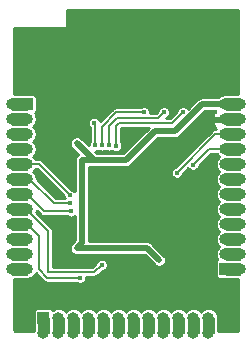
<source format=gbr>
%TF.GenerationSoftware,KiCad,Pcbnew,(5.1.10)-1*%
%TF.CreationDate,2024-04-20T07:26:56+09:00*%
%TF.ProjectId,BLEModule,424c454d-6f64-4756-9c65-2e6b69636164,rev?*%
%TF.SameCoordinates,Original*%
%TF.FileFunction,Copper,L2,Bot*%
%TF.FilePolarity,Positive*%
%FSLAX46Y46*%
G04 Gerber Fmt 4.6, Leading zero omitted, Abs format (unit mm)*
G04 Created by KiCad (PCBNEW (5.1.10)-1) date 2024-04-20 07:26:56*
%MOMM*%
%LPD*%
G01*
G04 APERTURE LIST*
%TA.AperFunction,EtchedComponent*%
%ADD10C,0.035000*%
%TD*%
%TA.AperFunction,ComponentPad*%
%ADD11O,1.000000X1.000000*%
%TD*%
%TA.AperFunction,ComponentPad*%
%ADD12R,1.000000X1.000000*%
%TD*%
%TA.AperFunction,ViaPad*%
%ADD13C,0.500000*%
%TD*%
%TA.AperFunction,ViaPad*%
%ADD14C,0.400000*%
%TD*%
%TA.AperFunction,ViaPad*%
%ADD15C,0.635000*%
%TD*%
%TA.AperFunction,Conductor*%
%ADD16C,0.500000*%
%TD*%
%TA.AperFunction,Conductor*%
%ADD17C,0.200000*%
%TD*%
%TA.AperFunction,Conductor*%
%ADD18C,0.254000*%
%TD*%
%TA.AperFunction,Conductor*%
%ADD19C,0.100000*%
%TD*%
G04 APERTURE END LIST*
D10*
%TO.C,J2*%
G36*
X139082600Y-91944600D02*
G01*
X139082600Y-90725400D01*
X138117400Y-90725400D01*
X138117400Y-91944600D01*
X139082600Y-91944600D01*
G37*
X139082600Y-91944600D02*
X139082600Y-90725400D01*
X138117400Y-90725400D01*
X138117400Y-91944600D01*
X139082600Y-91944600D01*
G36*
X141622600Y-91944600D02*
G01*
X141622600Y-90725400D01*
X140657400Y-90725400D01*
X140657400Y-91944600D01*
X141622600Y-91944600D01*
G37*
X141622600Y-91944600D02*
X141622600Y-90725400D01*
X140657400Y-90725400D01*
X140657400Y-91944600D01*
X141622600Y-91944600D01*
G36*
X145432600Y-91944600D02*
G01*
X145432600Y-90725400D01*
X144467400Y-90725400D01*
X144467400Y-91944600D01*
X145432600Y-91944600D01*
G37*
X145432600Y-91944600D02*
X145432600Y-90725400D01*
X144467400Y-90725400D01*
X144467400Y-91944600D01*
X145432600Y-91944600D01*
G36*
X142892600Y-91944600D02*
G01*
X142892600Y-90725400D01*
X141927400Y-90725400D01*
X141927400Y-91944600D01*
X142892600Y-91944600D01*
G37*
X142892600Y-91944600D02*
X142892600Y-90725400D01*
X141927400Y-90725400D01*
X141927400Y-91944600D01*
X142892600Y-91944600D01*
G36*
X146702600Y-91944600D02*
G01*
X146702600Y-90725400D01*
X145737400Y-90725400D01*
X145737400Y-91944600D01*
X146702600Y-91944600D01*
G37*
X146702600Y-91944600D02*
X146702600Y-90725400D01*
X145737400Y-90725400D01*
X145737400Y-91944600D01*
X146702600Y-91944600D01*
G36*
X149242600Y-91944600D02*
G01*
X149242600Y-90725400D01*
X148277400Y-90725400D01*
X148277400Y-91944600D01*
X149242600Y-91944600D01*
G37*
X149242600Y-91944600D02*
X149242600Y-90725400D01*
X148277400Y-90725400D01*
X148277400Y-91944600D01*
X149242600Y-91944600D01*
G36*
X140352600Y-91944600D02*
G01*
X140352600Y-90725400D01*
X139387400Y-90725400D01*
X139387400Y-91944600D01*
X140352600Y-91944600D01*
G37*
X140352600Y-91944600D02*
X140352600Y-90725400D01*
X139387400Y-90725400D01*
X139387400Y-91944600D01*
X140352600Y-91944600D01*
G36*
X144162600Y-91944600D02*
G01*
X144162600Y-90725400D01*
X143197400Y-90725400D01*
X143197400Y-91944600D01*
X144162600Y-91944600D01*
G37*
X144162600Y-91944600D02*
X144162600Y-90725400D01*
X143197400Y-90725400D01*
X143197400Y-91944600D01*
X144162600Y-91944600D01*
G36*
X147972600Y-91944600D02*
G01*
X147972600Y-90725400D01*
X147007400Y-90725400D01*
X147007400Y-91944600D01*
X147972600Y-91944600D01*
G37*
X147972600Y-91944600D02*
X147972600Y-90725400D01*
X147007400Y-90725400D01*
X147007400Y-91944600D01*
X147972600Y-91944600D01*
G36*
X153052600Y-91944600D02*
G01*
X153052600Y-90725400D01*
X152087400Y-90725400D01*
X152087400Y-91944600D01*
X153052600Y-91944600D01*
G37*
X153052600Y-91944600D02*
X153052600Y-90725400D01*
X152087400Y-90725400D01*
X152087400Y-91944600D01*
X153052600Y-91944600D01*
G36*
X150512600Y-91944600D02*
G01*
X150512600Y-90725400D01*
X149547400Y-90725400D01*
X149547400Y-91944600D01*
X150512600Y-91944600D01*
G37*
X150512600Y-91944600D02*
X150512600Y-90725400D01*
X149547400Y-90725400D01*
X149547400Y-91944600D01*
X150512600Y-91944600D01*
G36*
X151782600Y-91944600D02*
G01*
X151782600Y-90725400D01*
X150817400Y-90725400D01*
X150817400Y-91944600D01*
X151782600Y-91944600D01*
G37*
X151782600Y-91944600D02*
X151782600Y-90725400D01*
X150817400Y-90725400D01*
X150817400Y-91944600D01*
X151782600Y-91944600D01*
%TO.C,J1*%
G36*
X135955400Y-73082600D02*
G01*
X137174600Y-73082600D01*
X137174600Y-72117400D01*
X135955400Y-72117400D01*
X135955400Y-73082600D01*
G37*
X135955400Y-73082600D02*
X137174600Y-73082600D01*
X137174600Y-72117400D01*
X135955400Y-72117400D01*
X135955400Y-73082600D01*
G36*
X135955400Y-75622600D02*
G01*
X137174600Y-75622600D01*
X137174600Y-74657400D01*
X135955400Y-74657400D01*
X135955400Y-75622600D01*
G37*
X135955400Y-75622600D02*
X137174600Y-75622600D01*
X137174600Y-74657400D01*
X135955400Y-74657400D01*
X135955400Y-75622600D01*
G36*
X135955400Y-79432600D02*
G01*
X137174600Y-79432600D01*
X137174600Y-78467400D01*
X135955400Y-78467400D01*
X135955400Y-79432600D01*
G37*
X135955400Y-79432600D02*
X137174600Y-79432600D01*
X137174600Y-78467400D01*
X135955400Y-78467400D01*
X135955400Y-79432600D01*
G36*
X135955400Y-76892600D02*
G01*
X137174600Y-76892600D01*
X137174600Y-75927400D01*
X135955400Y-75927400D01*
X135955400Y-76892600D01*
G37*
X135955400Y-76892600D02*
X137174600Y-76892600D01*
X137174600Y-75927400D01*
X135955400Y-75927400D01*
X135955400Y-76892600D01*
G36*
X135955400Y-80702600D02*
G01*
X137174600Y-80702600D01*
X137174600Y-79737400D01*
X135955400Y-79737400D01*
X135955400Y-80702600D01*
G37*
X135955400Y-80702600D02*
X137174600Y-80702600D01*
X137174600Y-79737400D01*
X135955400Y-79737400D01*
X135955400Y-80702600D01*
G36*
X135955400Y-83242600D02*
G01*
X137174600Y-83242600D01*
X137174600Y-82277400D01*
X135955400Y-82277400D01*
X135955400Y-83242600D01*
G37*
X135955400Y-83242600D02*
X137174600Y-83242600D01*
X137174600Y-82277400D01*
X135955400Y-82277400D01*
X135955400Y-83242600D01*
G36*
X135955400Y-74352600D02*
G01*
X137174600Y-74352600D01*
X137174600Y-73387400D01*
X135955400Y-73387400D01*
X135955400Y-74352600D01*
G37*
X135955400Y-74352600D02*
X137174600Y-74352600D01*
X137174600Y-73387400D01*
X135955400Y-73387400D01*
X135955400Y-74352600D01*
G36*
X135955400Y-78162600D02*
G01*
X137174600Y-78162600D01*
X137174600Y-77197400D01*
X135955400Y-77197400D01*
X135955400Y-78162600D01*
G37*
X135955400Y-78162600D02*
X137174600Y-78162600D01*
X137174600Y-77197400D01*
X135955400Y-77197400D01*
X135955400Y-78162600D01*
G36*
X135955400Y-81972600D02*
G01*
X137174600Y-81972600D01*
X137174600Y-81007400D01*
X135955400Y-81007400D01*
X135955400Y-81972600D01*
G37*
X135955400Y-81972600D02*
X137174600Y-81972600D01*
X137174600Y-81007400D01*
X135955400Y-81007400D01*
X135955400Y-81972600D01*
G36*
X135955400Y-87052600D02*
G01*
X137174600Y-87052600D01*
X137174600Y-86087400D01*
X135955400Y-86087400D01*
X135955400Y-87052600D01*
G37*
X135955400Y-87052600D02*
X137174600Y-87052600D01*
X137174600Y-86087400D01*
X135955400Y-86087400D01*
X135955400Y-87052600D01*
G36*
X135955400Y-84512600D02*
G01*
X137174600Y-84512600D01*
X137174600Y-83547400D01*
X135955400Y-83547400D01*
X135955400Y-84512600D01*
G37*
X135955400Y-84512600D02*
X137174600Y-84512600D01*
X137174600Y-83547400D01*
X135955400Y-83547400D01*
X135955400Y-84512600D01*
G36*
X135955400Y-85782600D02*
G01*
X137174600Y-85782600D01*
X137174600Y-84817400D01*
X135955400Y-84817400D01*
X135955400Y-85782600D01*
G37*
X135955400Y-85782600D02*
X137174600Y-85782600D01*
X137174600Y-84817400D01*
X135955400Y-84817400D01*
X135955400Y-85782600D01*
%TO.C,J3*%
G36*
X155244600Y-86087400D02*
G01*
X154025400Y-86087400D01*
X154025400Y-87052600D01*
X155244600Y-87052600D01*
X155244600Y-86087400D01*
G37*
X155244600Y-86087400D02*
X154025400Y-86087400D01*
X154025400Y-87052600D01*
X155244600Y-87052600D01*
X155244600Y-86087400D01*
G36*
X155244600Y-83547400D02*
G01*
X154025400Y-83547400D01*
X154025400Y-84512600D01*
X155244600Y-84512600D01*
X155244600Y-83547400D01*
G37*
X155244600Y-83547400D02*
X154025400Y-83547400D01*
X154025400Y-84512600D01*
X155244600Y-84512600D01*
X155244600Y-83547400D01*
G36*
X155244600Y-79737400D02*
G01*
X154025400Y-79737400D01*
X154025400Y-80702600D01*
X155244600Y-80702600D01*
X155244600Y-79737400D01*
G37*
X155244600Y-79737400D02*
X154025400Y-79737400D01*
X154025400Y-80702600D01*
X155244600Y-80702600D01*
X155244600Y-79737400D01*
G36*
X155244600Y-82277400D02*
G01*
X154025400Y-82277400D01*
X154025400Y-83242600D01*
X155244600Y-83242600D01*
X155244600Y-82277400D01*
G37*
X155244600Y-82277400D02*
X154025400Y-82277400D01*
X154025400Y-83242600D01*
X155244600Y-83242600D01*
X155244600Y-82277400D01*
G36*
X155244600Y-78467400D02*
G01*
X154025400Y-78467400D01*
X154025400Y-79432600D01*
X155244600Y-79432600D01*
X155244600Y-78467400D01*
G37*
X155244600Y-78467400D02*
X154025400Y-78467400D01*
X154025400Y-79432600D01*
X155244600Y-79432600D01*
X155244600Y-78467400D01*
G36*
X155244600Y-75927400D02*
G01*
X154025400Y-75927400D01*
X154025400Y-76892600D01*
X155244600Y-76892600D01*
X155244600Y-75927400D01*
G37*
X155244600Y-75927400D02*
X154025400Y-75927400D01*
X154025400Y-76892600D01*
X155244600Y-76892600D01*
X155244600Y-75927400D01*
G36*
X155244600Y-84817400D02*
G01*
X154025400Y-84817400D01*
X154025400Y-85782600D01*
X155244600Y-85782600D01*
X155244600Y-84817400D01*
G37*
X155244600Y-84817400D02*
X154025400Y-84817400D01*
X154025400Y-85782600D01*
X155244600Y-85782600D01*
X155244600Y-84817400D01*
G36*
X155244600Y-81007400D02*
G01*
X154025400Y-81007400D01*
X154025400Y-81972600D01*
X155244600Y-81972600D01*
X155244600Y-81007400D01*
G37*
X155244600Y-81007400D02*
X154025400Y-81007400D01*
X154025400Y-81972600D01*
X155244600Y-81972600D01*
X155244600Y-81007400D01*
G36*
X155244600Y-77197400D02*
G01*
X154025400Y-77197400D01*
X154025400Y-78162600D01*
X155244600Y-78162600D01*
X155244600Y-77197400D01*
G37*
X155244600Y-77197400D02*
X154025400Y-77197400D01*
X154025400Y-78162600D01*
X155244600Y-78162600D01*
X155244600Y-77197400D01*
G36*
X155244600Y-72117400D02*
G01*
X154025400Y-72117400D01*
X154025400Y-73082600D01*
X155244600Y-73082600D01*
X155244600Y-72117400D01*
G37*
X155244600Y-72117400D02*
X154025400Y-72117400D01*
X154025400Y-73082600D01*
X155244600Y-73082600D01*
X155244600Y-72117400D01*
G36*
X155244600Y-74657400D02*
G01*
X154025400Y-74657400D01*
X154025400Y-75622600D01*
X155244600Y-75622600D01*
X155244600Y-74657400D01*
G37*
X155244600Y-74657400D02*
X154025400Y-74657400D01*
X154025400Y-75622600D01*
X155244600Y-75622600D01*
X155244600Y-74657400D01*
G36*
X155244600Y-73387400D02*
G01*
X154025400Y-73387400D01*
X154025400Y-74352600D01*
X155244600Y-74352600D01*
X155244600Y-73387400D01*
G37*
X155244600Y-73387400D02*
X154025400Y-73387400D01*
X154025400Y-74352600D01*
X155244600Y-74352600D01*
X155244600Y-73387400D01*
%TD*%
D11*
%TO.P,J2,3*%
%TO.N,P07*%
X141140000Y-90700000D03*
%TO.P,J2,11*%
%TO.N,P15*%
X151300000Y-90700000D03*
%TO.P,J2,5*%
%TO.N,P09*%
X143680000Y-90700000D03*
%TO.P,J2,7*%
%TO.N,P11*%
X146220000Y-90700000D03*
%TO.P,J2,12*%
%TO.N,P16*%
X152570000Y-90700000D03*
%TO.P,J2,10*%
%TO.N,P14*%
X150030000Y-90700000D03*
%TO.P,J2,6*%
%TO.N,P10*%
X144950000Y-90700000D03*
D12*
%TO.P,J2,1*%
%TO.N,P05*%
X138600000Y-90700000D03*
D11*
%TO.P,J2,8*%
%TO.N,P12*%
X147490000Y-90700000D03*
%TO.P,J2,9*%
%TO.N,P13*%
X148760000Y-90700000D03*
%TO.P,J2,4*%
%TO.N,P08*%
X142410000Y-90700000D03*
%TO.P,J2,2*%
%TO.N,P06*%
X139870000Y-90700000D03*
%TO.P,J2,*%
%TO.N,*%
X138600000Y-91970000D03*
X151300000Y-91970000D03*
X148760000Y-91970000D03*
X147490000Y-91970000D03*
X143680000Y-91970000D03*
X150030000Y-91970000D03*
X141140000Y-91970000D03*
X144950000Y-91970000D03*
X152570000Y-91970000D03*
X146220000Y-91970000D03*
X139870000Y-91970000D03*
X142410000Y-91970000D03*
%TD*%
%TO.P,J1,3*%
%TO.N,P27*%
X137200000Y-75140000D03*
%TO.P,J1,11*%
%TO.N,P03*%
X137200000Y-85300000D03*
%TO.P,J1,5*%
%TO.N,P29*%
X137200000Y-77680000D03*
%TO.P,J1,7*%
%TO.N,P31*%
X137200000Y-80220000D03*
%TO.P,J1,12*%
%TO.N,P04*%
X137200000Y-86570000D03*
%TO.P,J1,10*%
%TO.N,P02*%
X137200000Y-84030000D03*
%TO.P,J1,6*%
%TO.N,P30*%
X137200000Y-78950000D03*
D12*
%TO.P,J1,1*%
%TO.N,P25*%
X137200000Y-72600000D03*
D11*
%TO.P,J1,8*%
%TO.N,P00*%
X137200000Y-81490000D03*
%TO.P,J1,9*%
%TO.N,P01*%
X137200000Y-82760000D03*
%TO.P,J1,4*%
%TO.N,P28*%
X137200000Y-76410000D03*
%TO.P,J1,2*%
%TO.N,P26*%
X137200000Y-73870000D03*
%TO.P,J1,*%
%TO.N,*%
X135930000Y-72600000D03*
X135930000Y-85300000D03*
X135930000Y-82760000D03*
X135930000Y-81490000D03*
X135930000Y-77680000D03*
X135930000Y-84030000D03*
X135930000Y-75140000D03*
X135930000Y-78950000D03*
X135930000Y-86570000D03*
X135930000Y-80220000D03*
X135930000Y-73870000D03*
X135930000Y-76410000D03*
%TD*%
%TO.P,J3,3*%
%TO.N,P19*%
X154000000Y-84030000D03*
%TO.P,J3,11*%
%TO.N,GNDPWR*%
X154000000Y-73870000D03*
%TO.P,J3,5*%
%TO.N,P21*%
X154000000Y-81490000D03*
%TO.P,J3,7*%
%TO.N,P23*%
X154000000Y-78950000D03*
%TO.P,J3,12*%
%TO.N,+30V*%
X154000000Y-72600000D03*
%TO.P,J3,10*%
%TO.N,nRF_SWCLK*%
X154000000Y-75140000D03*
%TO.P,J3,6*%
%TO.N,P22*%
X154000000Y-80220000D03*
D12*
%TO.P,J3,1*%
%TO.N,P17*%
X154000000Y-86570000D03*
D11*
%TO.P,J3,8*%
%TO.N,P24*%
X154000000Y-77680000D03*
%TO.P,J3,9*%
%TO.N,nRF_SWDIO*%
X154000000Y-76410000D03*
%TO.P,J3,4*%
%TO.N,P20*%
X154000000Y-82760000D03*
%TO.P,J3,2*%
%TO.N,P18*%
X154000000Y-85300000D03*
%TO.P,J3,*%
%TO.N,*%
X155270000Y-86570000D03*
X155270000Y-73870000D03*
X155270000Y-76410000D03*
X155270000Y-77680000D03*
X155270000Y-81490000D03*
X155270000Y-75140000D03*
X155270000Y-84030000D03*
X155270000Y-80220000D03*
X155270000Y-72600000D03*
X155270000Y-78950000D03*
X155270000Y-85300000D03*
X155270000Y-82760000D03*
%TD*%
D13*
%TO.N,+30V*%
X141400000Y-75900000D03*
X141400000Y-84800000D03*
X148400000Y-85800000D03*
D14*
%TO.N,Net-(C5-Pad1)*%
X144746446Y-76153554D03*
X150400000Y-73300000D03*
%TO.N,Net-(C6-Pad1)*%
X144148839Y-76100000D03*
X148800000Y-73300000D03*
%TO.N,Net-(C8-Pad1)*%
X143548836Y-76100000D03*
X147100000Y-73300000D03*
%TO.N,Net-(C9-Pad1)*%
X142900000Y-74200000D03*
X142948833Y-76100000D03*
%TO.N,P29*%
X140869683Y-80342488D03*
%TO.N,P30*%
X140835310Y-81015222D03*
%TO.N,P31*%
X140920010Y-81689883D03*
%TO.N,P00*%
X143519801Y-86199919D03*
%TO.N,P01*%
X141704354Y-87299970D03*
%TO.N,nRF_SWDIO*%
X151284302Y-77722806D03*
%TO.N,nRF_SWCLK*%
X149900000Y-78400000D03*
%TO.N,GNDPWR*%
X153100000Y-73300000D03*
D15*
X146304000Y-65049400D03*
X137731500Y-68605400D03*
X137731500Y-70637400D03*
X136715500Y-68592700D03*
X137731500Y-67589400D03*
X137731500Y-66573400D03*
X137731500Y-69621400D03*
X136715500Y-67576700D03*
X136715500Y-69608700D03*
X136715500Y-70624700D03*
X136715500Y-66560700D03*
X144056100Y-70650100D03*
X143040100Y-70650100D03*
X146088100Y-70650100D03*
X145072100Y-70650100D03*
X148120100Y-70650100D03*
X147104100Y-70650100D03*
X150152100Y-70650100D03*
X149136100Y-70650100D03*
X152184100Y-70650100D03*
X151168100Y-70650100D03*
X154216100Y-70650100D03*
X153200100Y-70650100D03*
X149136100Y-69634100D03*
X150152100Y-69634100D03*
X145072100Y-69634100D03*
X148120100Y-69634100D03*
X154216100Y-69634100D03*
X153200100Y-69634100D03*
X147104100Y-69634100D03*
X146088100Y-69634100D03*
X143040100Y-69634100D03*
X151168100Y-69634100D03*
X144056100Y-69634100D03*
X152184100Y-69634100D03*
X149136100Y-68618100D03*
X150152100Y-68618100D03*
X145072100Y-68618100D03*
X148120100Y-68618100D03*
X154216100Y-68618100D03*
X153200100Y-68618100D03*
X147104100Y-68618100D03*
X146088100Y-68618100D03*
X143040100Y-68618100D03*
X151168100Y-68618100D03*
X144056100Y-68618100D03*
X152184100Y-68618100D03*
X149136100Y-67602100D03*
X150152100Y-67602100D03*
X145072100Y-67602100D03*
X148120100Y-67602100D03*
X154216100Y-67602100D03*
X153200100Y-67602100D03*
X147104100Y-67602100D03*
X146088100Y-67602100D03*
X143040100Y-67602100D03*
X151168100Y-67602100D03*
X144056100Y-67602100D03*
X152184100Y-67602100D03*
X149136100Y-66586100D03*
X150152100Y-66586100D03*
X145072100Y-66586100D03*
X148120100Y-66586100D03*
X154216100Y-66586100D03*
X153200100Y-66586100D03*
X147104100Y-66586100D03*
X146088100Y-66586100D03*
X143040100Y-66586100D03*
X151168100Y-66586100D03*
X144056100Y-66586100D03*
X152184100Y-66586100D03*
X142024100Y-68618100D03*
X142024100Y-67602100D03*
X142024100Y-69634100D03*
X142024100Y-70650100D03*
X142024100Y-66586100D03*
X141008100Y-70637400D03*
X141008100Y-67589400D03*
X141008100Y-68605400D03*
X141008100Y-69621400D03*
X141008100Y-66573400D03*
D14*
X139600000Y-85900000D03*
X153000000Y-88600000D03*
X139400000Y-73800000D03*
X138800000Y-77000000D03*
X138800000Y-79600000D03*
X138800000Y-82200000D03*
X137600000Y-88400000D03*
X148200000Y-76600000D03*
X149800000Y-76600000D03*
X151800000Y-78400000D03*
X141000000Y-82400000D03*
X145300000Y-76700000D03*
X145800000Y-75200000D03*
X148100000Y-88600000D03*
X152100000Y-88600000D03*
X152100000Y-87600000D03*
%TD*%
D16*
%TO.N,+30V*%
X141400000Y-75900000D02*
X142853555Y-77353555D01*
X142853555Y-77353555D02*
X141846445Y-77353555D01*
X141846445Y-84353555D02*
X141400000Y-84800000D01*
X141846445Y-77353555D02*
X141846445Y-84053555D01*
X141846445Y-84053555D02*
X141846445Y-84353555D01*
X147400000Y-84800000D02*
X148400000Y-85800000D01*
X141400000Y-84800000D02*
X147400000Y-84800000D01*
X152062002Y-72600000D02*
X154000000Y-72600000D01*
X149762002Y-74900000D02*
X152062002Y-72600000D01*
X148062002Y-74900000D02*
X149762002Y-74900000D01*
X145608447Y-77353555D02*
X148062002Y-74900000D01*
X142853555Y-77353555D02*
X145608447Y-77353555D01*
D17*
%TO.N,Net-(C5-Pad1)*%
X149480748Y-74219252D02*
X150400000Y-73300000D01*
X144746446Y-74453554D02*
X144980748Y-74219252D01*
X144980748Y-74219252D02*
X149480748Y-74219252D01*
X144746446Y-76153554D02*
X144746446Y-74453554D01*
%TO.N,Net-(C6-Pad1)*%
X144148839Y-75251161D02*
X144148839Y-76100000D01*
X144148839Y-74485462D02*
X144148839Y-75251161D01*
X144834300Y-73800001D02*
X144148839Y-74485462D01*
X148299999Y-73800001D02*
X144834300Y-73800001D01*
X148800000Y-73300000D02*
X148299999Y-73800001D01*
%TO.N,Net-(C8-Pad1)*%
X143548836Y-76100000D02*
X143600000Y-76100000D01*
X143548836Y-74519766D02*
X143548836Y-75148836D01*
X143548836Y-75148836D02*
X143548836Y-76100000D01*
X144768602Y-73300000D02*
X143548836Y-74519766D01*
X147100000Y-73300000D02*
X144768602Y-73300000D01*
%TO.N,Net-(C9-Pad1)*%
X142948833Y-76100000D02*
X142948833Y-74248833D01*
X142948833Y-74248833D02*
X142900000Y-74200000D01*
%TO.N,P29*%
X138207195Y-77680000D02*
X137200000Y-77680000D01*
X140869683Y-80342488D02*
X138207195Y-77680000D01*
%TO.N,P30*%
X137409998Y-78950000D02*
X137200000Y-78950000D01*
X139475220Y-81015222D02*
X137409998Y-78950000D01*
X140835310Y-81015222D02*
X139475220Y-81015222D01*
%TO.N,P31*%
X138669883Y-81689883D02*
X137200000Y-80220000D01*
X140920010Y-81689883D02*
X138669883Y-81689883D01*
%TO.N,P00*%
X143519801Y-86199919D02*
X142919751Y-86799969D01*
X141400000Y-86800000D02*
X138965698Y-86800000D01*
X141400031Y-86799969D02*
X141400000Y-86800000D01*
X142919751Y-86799969D02*
X141400031Y-86799969D01*
X137200000Y-81575998D02*
X137200000Y-81490000D01*
X138965698Y-83341696D02*
X137200000Y-81575998D01*
X138965698Y-86800000D02*
X138965698Y-83341696D01*
%TO.N,P01*%
X141704354Y-87299970D02*
X138899970Y-87299970D01*
X138899970Y-87299970D02*
X138200000Y-86600000D01*
X138200000Y-83760000D02*
X137200000Y-82760000D01*
X138200000Y-86600000D02*
X138200000Y-83760000D01*
%TO.N,nRF_SWDIO*%
X154000000Y-76410000D02*
X152597108Y-76410000D01*
X152597108Y-76410000D02*
X151284302Y-77722806D01*
%TO.N,nRF_SWCLK*%
X153160000Y-75140000D02*
X154000000Y-75140000D01*
X149900000Y-78400000D02*
X153160000Y-75140000D01*
%TD*%
D18*
%TO.N,GNDPWR*%
X153012877Y-73309794D02*
X152922554Y-73513136D01*
X152905881Y-73568126D01*
X153032046Y-73743000D01*
X153680900Y-73743000D01*
X153680900Y-73997000D01*
X153032046Y-73997000D01*
X152905881Y-74171874D01*
X152922554Y-74226864D01*
X153012877Y-74430206D01*
X153141135Y-74612020D01*
X153247362Y-74713000D01*
X153180966Y-74713000D01*
X153159999Y-74710935D01*
X153139032Y-74713000D01*
X153139022Y-74713000D01*
X153076293Y-74719178D01*
X152995804Y-74743595D01*
X152961273Y-74762052D01*
X152921623Y-74783245D01*
X152872898Y-74823232D01*
X152872889Y-74823241D01*
X152856605Y-74836605D01*
X152843241Y-74852889D01*
X149816934Y-77879198D01*
X149746280Y-77893252D01*
X149650372Y-77932979D01*
X149564057Y-77990652D01*
X149490652Y-78064057D01*
X149432979Y-78150372D01*
X149393252Y-78246280D01*
X149373000Y-78348095D01*
X149373000Y-78451905D01*
X149393252Y-78553720D01*
X149432979Y-78649628D01*
X149490652Y-78735943D01*
X149564057Y-78809348D01*
X149650372Y-78867021D01*
X149746280Y-78906748D01*
X149848095Y-78927000D01*
X149951905Y-78927000D01*
X150053720Y-78906748D01*
X150149628Y-78867021D01*
X150235943Y-78809348D01*
X150309348Y-78735943D01*
X150367021Y-78649628D01*
X150406748Y-78553720D01*
X150420802Y-78483066D01*
X150863004Y-78040864D01*
X150874954Y-78058749D01*
X150948359Y-78132154D01*
X151034674Y-78189827D01*
X151130582Y-78229554D01*
X151232397Y-78249806D01*
X151336207Y-78249806D01*
X151438022Y-78229554D01*
X151533930Y-78189827D01*
X151620245Y-78132154D01*
X151693650Y-78058749D01*
X151751323Y-77972434D01*
X151791050Y-77876526D01*
X151805104Y-77805873D01*
X152773977Y-76837000D01*
X153290689Y-76837000D01*
X153357628Y-76937181D01*
X153465447Y-77045000D01*
X153357628Y-77152819D01*
X153267123Y-77288269D01*
X153204782Y-77438773D01*
X153173000Y-77598548D01*
X153173000Y-77761452D01*
X153204782Y-77921227D01*
X153267123Y-78071731D01*
X153357628Y-78207181D01*
X153465447Y-78315000D01*
X153357628Y-78422819D01*
X153267123Y-78558269D01*
X153204782Y-78708773D01*
X153173000Y-78868548D01*
X153173000Y-79031452D01*
X153204782Y-79191227D01*
X153267123Y-79341731D01*
X153357628Y-79477181D01*
X153465447Y-79585000D01*
X153357628Y-79692819D01*
X153267123Y-79828269D01*
X153204782Y-79978773D01*
X153173000Y-80138548D01*
X153173000Y-80301452D01*
X153204782Y-80461227D01*
X153267123Y-80611731D01*
X153357628Y-80747181D01*
X153465447Y-80855000D01*
X153357628Y-80962819D01*
X153267123Y-81098269D01*
X153204782Y-81248773D01*
X153173000Y-81408548D01*
X153173000Y-81571452D01*
X153204782Y-81731227D01*
X153267123Y-81881731D01*
X153357628Y-82017181D01*
X153465447Y-82125000D01*
X153357628Y-82232819D01*
X153267123Y-82368269D01*
X153204782Y-82518773D01*
X153173000Y-82678548D01*
X153173000Y-82841452D01*
X153204782Y-83001227D01*
X153267123Y-83151731D01*
X153357628Y-83287181D01*
X153465447Y-83395000D01*
X153357628Y-83502819D01*
X153267123Y-83638269D01*
X153204782Y-83788773D01*
X153173000Y-83948548D01*
X153173000Y-84111452D01*
X153204782Y-84271227D01*
X153267123Y-84421731D01*
X153357628Y-84557181D01*
X153465447Y-84665000D01*
X153357628Y-84772819D01*
X153267123Y-84908269D01*
X153204782Y-85058773D01*
X153173000Y-85218548D01*
X153173000Y-85381452D01*
X153204782Y-85541227D01*
X153267123Y-85691731D01*
X153332094Y-85788967D01*
X153317450Y-85796794D01*
X153267657Y-85837657D01*
X153226794Y-85887450D01*
X153196430Y-85944257D01*
X153177732Y-86005897D01*
X153171418Y-86070000D01*
X153171418Y-87070000D01*
X153177732Y-87134103D01*
X153196430Y-87195743D01*
X153226794Y-87252550D01*
X153267657Y-87302343D01*
X153317450Y-87343206D01*
X153374257Y-87373570D01*
X153435897Y-87392268D01*
X153500000Y-87398582D01*
X154500000Y-87398582D01*
X154515046Y-87397100D01*
X155073000Y-87397100D01*
X155073000Y-91737059D01*
X155057347Y-91756252D01*
X155037102Y-91773000D01*
X153397100Y-91773000D01*
X153397100Y-90725400D01*
X153397000Y-90724380D01*
X153397000Y-90618548D01*
X153365218Y-90458773D01*
X153302877Y-90308269D01*
X153212372Y-90172819D01*
X153097181Y-90057628D01*
X152961731Y-89967123D01*
X152811227Y-89904782D01*
X152651452Y-89873000D01*
X152488548Y-89873000D01*
X152328773Y-89904782D01*
X152178269Y-89967123D01*
X152042819Y-90057628D01*
X151935000Y-90165447D01*
X151827181Y-90057628D01*
X151691731Y-89967123D01*
X151541227Y-89904782D01*
X151381452Y-89873000D01*
X151218548Y-89873000D01*
X151058773Y-89904782D01*
X150908269Y-89967123D01*
X150772819Y-90057628D01*
X150665000Y-90165447D01*
X150557181Y-90057628D01*
X150421731Y-89967123D01*
X150271227Y-89904782D01*
X150111452Y-89873000D01*
X149948548Y-89873000D01*
X149788773Y-89904782D01*
X149638269Y-89967123D01*
X149502819Y-90057628D01*
X149395000Y-90165447D01*
X149287181Y-90057628D01*
X149151731Y-89967123D01*
X149001227Y-89904782D01*
X148841452Y-89873000D01*
X148678548Y-89873000D01*
X148518773Y-89904782D01*
X148368269Y-89967123D01*
X148232819Y-90057628D01*
X148125000Y-90165447D01*
X148017181Y-90057628D01*
X147881731Y-89967123D01*
X147731227Y-89904782D01*
X147571452Y-89873000D01*
X147408548Y-89873000D01*
X147248773Y-89904782D01*
X147098269Y-89967123D01*
X146962819Y-90057628D01*
X146855000Y-90165447D01*
X146747181Y-90057628D01*
X146611731Y-89967123D01*
X146461227Y-89904782D01*
X146301452Y-89873000D01*
X146138548Y-89873000D01*
X145978773Y-89904782D01*
X145828269Y-89967123D01*
X145692819Y-90057628D01*
X145585000Y-90165447D01*
X145477181Y-90057628D01*
X145341731Y-89967123D01*
X145191227Y-89904782D01*
X145031452Y-89873000D01*
X144868548Y-89873000D01*
X144708773Y-89904782D01*
X144558269Y-89967123D01*
X144422819Y-90057628D01*
X144315000Y-90165447D01*
X144207181Y-90057628D01*
X144071731Y-89967123D01*
X143921227Y-89904782D01*
X143761452Y-89873000D01*
X143598548Y-89873000D01*
X143438773Y-89904782D01*
X143288269Y-89967123D01*
X143152819Y-90057628D01*
X143045000Y-90165447D01*
X142937181Y-90057628D01*
X142801731Y-89967123D01*
X142651227Y-89904782D01*
X142491452Y-89873000D01*
X142328548Y-89873000D01*
X142168773Y-89904782D01*
X142018269Y-89967123D01*
X141882819Y-90057628D01*
X141775000Y-90165447D01*
X141667181Y-90057628D01*
X141531731Y-89967123D01*
X141381227Y-89904782D01*
X141221452Y-89873000D01*
X141058548Y-89873000D01*
X140898773Y-89904782D01*
X140748269Y-89967123D01*
X140612819Y-90057628D01*
X140505000Y-90165447D01*
X140397181Y-90057628D01*
X140261731Y-89967123D01*
X140111227Y-89904782D01*
X139951452Y-89873000D01*
X139788548Y-89873000D01*
X139628773Y-89904782D01*
X139478269Y-89967123D01*
X139381033Y-90032094D01*
X139373206Y-90017450D01*
X139332343Y-89967657D01*
X139282550Y-89926794D01*
X139225743Y-89896430D01*
X139164103Y-89877732D01*
X139100000Y-89871418D01*
X138100000Y-89871418D01*
X138035897Y-89877732D01*
X137974257Y-89896430D01*
X137917450Y-89926794D01*
X137867657Y-89967657D01*
X137826794Y-90017450D01*
X137796430Y-90074257D01*
X137777732Y-90135897D01*
X137771418Y-90200000D01*
X137771418Y-91200000D01*
X137772900Y-91215046D01*
X137772900Y-91773000D01*
X136162941Y-91773000D01*
X136143748Y-91757347D01*
X136127000Y-91737102D01*
X136127000Y-87397100D01*
X137174600Y-87397100D01*
X137175620Y-87397000D01*
X137281452Y-87397000D01*
X137441227Y-87365218D01*
X137591731Y-87302877D01*
X137727181Y-87212372D01*
X137842372Y-87097181D01*
X137932877Y-86961731D01*
X137940195Y-86944063D01*
X138583206Y-87587075D01*
X138596575Y-87603365D01*
X138612865Y-87616734D01*
X138612869Y-87616738D01*
X138661593Y-87656725D01*
X138701243Y-87677918D01*
X138735774Y-87696375D01*
X138816263Y-87720792D01*
X138878992Y-87726970D01*
X138879002Y-87726970D01*
X138899969Y-87729035D01*
X138920936Y-87726970D01*
X141394829Y-87726970D01*
X141454726Y-87766991D01*
X141550634Y-87806718D01*
X141652449Y-87826970D01*
X141756259Y-87826970D01*
X141858074Y-87806718D01*
X141953982Y-87766991D01*
X142040297Y-87709318D01*
X142113702Y-87635913D01*
X142171375Y-87549598D01*
X142211102Y-87453690D01*
X142231354Y-87351875D01*
X142231354Y-87248065D01*
X142227158Y-87226969D01*
X142898784Y-87226969D01*
X142919751Y-87229034D01*
X142940718Y-87226969D01*
X142940729Y-87226969D01*
X143003458Y-87220791D01*
X143083947Y-87196374D01*
X143158127Y-87156724D01*
X143223146Y-87103364D01*
X143236519Y-87087069D01*
X143602868Y-86720721D01*
X143673521Y-86706667D01*
X143769429Y-86666940D01*
X143855744Y-86609267D01*
X143929149Y-86535862D01*
X143986822Y-86449547D01*
X144026549Y-86353639D01*
X144046801Y-86251824D01*
X144046801Y-86148014D01*
X144026549Y-86046199D01*
X143986822Y-85950291D01*
X143929149Y-85863976D01*
X143855744Y-85790571D01*
X143769429Y-85732898D01*
X143673521Y-85693171D01*
X143571706Y-85672919D01*
X143467896Y-85672919D01*
X143366081Y-85693171D01*
X143270173Y-85732898D01*
X143183858Y-85790571D01*
X143110453Y-85863976D01*
X143052780Y-85950291D01*
X143013053Y-86046199D01*
X142998999Y-86116852D01*
X142742883Y-86372969D01*
X141420998Y-86372969D01*
X141400031Y-86370904D01*
X141379064Y-86372969D01*
X141379053Y-86372969D01*
X141378738Y-86373000D01*
X139392698Y-86373000D01*
X139392698Y-83362662D01*
X139394763Y-83341695D01*
X139392698Y-83320728D01*
X139392698Y-83320718D01*
X139386520Y-83257989D01*
X139362103Y-83177500D01*
X139325543Y-83109101D01*
X139322453Y-83103319D01*
X139282466Y-83054595D01*
X139282462Y-83054591D01*
X139269093Y-83038301D01*
X139252803Y-83024932D01*
X137984638Y-81756768D01*
X137995218Y-81731227D01*
X138013824Y-81637692D01*
X138353119Y-81976988D01*
X138366488Y-81993278D01*
X138382778Y-82006647D01*
X138382781Y-82006650D01*
X138431506Y-82046638D01*
X138471156Y-82067831D01*
X138505687Y-82086288D01*
X138586176Y-82110705D01*
X138648905Y-82116883D01*
X138648925Y-82116883D01*
X138669882Y-82118947D01*
X138690839Y-82116883D01*
X140610485Y-82116883D01*
X140670382Y-82156904D01*
X140766290Y-82196631D01*
X140868105Y-82216883D01*
X140971915Y-82216883D01*
X141073730Y-82196631D01*
X141169638Y-82156904D01*
X141255953Y-82099231D01*
X141269446Y-82085738D01*
X141269446Y-84025210D01*
X141269445Y-84025220D01*
X141269445Y-84114554D01*
X141012038Y-84371961D01*
X140990026Y-84390026D01*
X140971963Y-84412036D01*
X140951815Y-84432184D01*
X140935988Y-84455871D01*
X140917921Y-84477885D01*
X140904497Y-84503000D01*
X140888669Y-84526688D01*
X140877765Y-84553013D01*
X140864343Y-84578124D01*
X140856078Y-84605370D01*
X140845174Y-84631695D01*
X140839615Y-84659639D01*
X140831349Y-84686889D01*
X140829542Y-84705242D01*
X140828559Y-84715222D01*
X140823000Y-84743170D01*
X140823000Y-84771664D01*
X140820209Y-84800000D01*
X140823000Y-84828336D01*
X140823000Y-84856830D01*
X140828558Y-84884773D01*
X140831349Y-84913111D01*
X140839615Y-84940361D01*
X140845174Y-84968305D01*
X140856078Y-84994630D01*
X140864343Y-85021876D01*
X140877765Y-85046987D01*
X140888669Y-85073312D01*
X140904497Y-85097000D01*
X140917921Y-85122115D01*
X140935988Y-85144129D01*
X140951815Y-85167816D01*
X140971961Y-85187962D01*
X140990026Y-85209974D01*
X141012036Y-85228037D01*
X141032184Y-85248185D01*
X141055871Y-85264012D01*
X141077885Y-85282079D01*
X141103000Y-85295503D01*
X141126688Y-85311331D01*
X141153013Y-85322235D01*
X141178124Y-85335657D01*
X141205370Y-85343922D01*
X141231695Y-85354826D01*
X141259639Y-85360385D01*
X141286889Y-85368651D01*
X141315227Y-85371442D01*
X141343170Y-85377000D01*
X141371669Y-85377000D01*
X141400000Y-85379790D01*
X141428331Y-85377000D01*
X147160999Y-85377000D01*
X148032184Y-86248185D01*
X148055879Y-86264018D01*
X148077886Y-86282078D01*
X148102992Y-86295498D01*
X148126688Y-86311331D01*
X148153013Y-86322235D01*
X148178123Y-86335657D01*
X148205375Y-86343924D01*
X148231695Y-86354826D01*
X148259634Y-86360383D01*
X148286888Y-86368651D01*
X148315230Y-86371442D01*
X148343170Y-86377000D01*
X148371661Y-86377000D01*
X148400000Y-86379791D01*
X148428339Y-86377000D01*
X148456830Y-86377000D01*
X148484771Y-86371442D01*
X148513111Y-86368651D01*
X148540363Y-86360384D01*
X148568305Y-86354826D01*
X148594628Y-86343923D01*
X148621876Y-86335657D01*
X148646984Y-86322236D01*
X148673312Y-86311331D01*
X148697009Y-86295497D01*
X148722114Y-86282078D01*
X148744121Y-86264018D01*
X148767816Y-86248185D01*
X148787964Y-86228037D01*
X148809974Y-86209974D01*
X148828037Y-86187964D01*
X148848185Y-86167816D01*
X148864018Y-86144121D01*
X148882078Y-86122114D01*
X148895497Y-86097009D01*
X148911331Y-86073312D01*
X148922236Y-86046984D01*
X148935657Y-86021876D01*
X148943923Y-85994628D01*
X148954826Y-85968305D01*
X148960384Y-85940363D01*
X148968651Y-85913111D01*
X148971442Y-85884771D01*
X148977000Y-85856830D01*
X148977000Y-85828339D01*
X148979791Y-85800000D01*
X148977000Y-85771661D01*
X148977000Y-85743170D01*
X148971442Y-85715230D01*
X148968651Y-85686888D01*
X148960383Y-85659634D01*
X148954826Y-85631695D01*
X148943924Y-85605375D01*
X148935657Y-85578123D01*
X148922235Y-85553013D01*
X148911331Y-85526688D01*
X148895498Y-85502992D01*
X148882078Y-85477886D01*
X148864018Y-85455879D01*
X148848185Y-85432184D01*
X147828037Y-84412036D01*
X147809974Y-84390026D01*
X147722115Y-84317921D01*
X147621876Y-84264343D01*
X147557770Y-84244897D01*
X147513111Y-84231349D01*
X147455332Y-84225659D01*
X147428336Y-84223000D01*
X147428331Y-84223000D01*
X147400000Y-84220210D01*
X147371669Y-84223000D01*
X142423445Y-84223000D01*
X142423445Y-77930555D01*
X142825225Y-77930555D01*
X142853554Y-77933345D01*
X142881883Y-77930555D01*
X145580116Y-77930555D01*
X145608447Y-77933345D01*
X145636778Y-77930555D01*
X145636783Y-77930555D01*
X145666492Y-77927629D01*
X145721558Y-77922206D01*
X145766217Y-77908658D01*
X145830323Y-77889212D01*
X145930562Y-77835634D01*
X146018421Y-77763529D01*
X146036486Y-77741517D01*
X148301003Y-75477000D01*
X149733671Y-75477000D01*
X149762002Y-75479790D01*
X149790333Y-75477000D01*
X149790338Y-75477000D01*
X149820047Y-75474074D01*
X149875113Y-75468651D01*
X149919772Y-75455103D01*
X149983878Y-75435657D01*
X150084117Y-75382079D01*
X150171976Y-75309974D01*
X150190041Y-75287962D01*
X152301004Y-73177000D01*
X153106555Y-73177000D01*
X153012877Y-73309794D01*
%TA.AperFunction,Conductor*%
D19*
G36*
X153012877Y-73309794D02*
G01*
X152922554Y-73513136D01*
X152905881Y-73568126D01*
X153032046Y-73743000D01*
X153680900Y-73743000D01*
X153680900Y-73997000D01*
X153032046Y-73997000D01*
X152905881Y-74171874D01*
X152922554Y-74226864D01*
X153012877Y-74430206D01*
X153141135Y-74612020D01*
X153247362Y-74713000D01*
X153180966Y-74713000D01*
X153159999Y-74710935D01*
X153139032Y-74713000D01*
X153139022Y-74713000D01*
X153076293Y-74719178D01*
X152995804Y-74743595D01*
X152961273Y-74762052D01*
X152921623Y-74783245D01*
X152872898Y-74823232D01*
X152872889Y-74823241D01*
X152856605Y-74836605D01*
X152843241Y-74852889D01*
X149816934Y-77879198D01*
X149746280Y-77893252D01*
X149650372Y-77932979D01*
X149564057Y-77990652D01*
X149490652Y-78064057D01*
X149432979Y-78150372D01*
X149393252Y-78246280D01*
X149373000Y-78348095D01*
X149373000Y-78451905D01*
X149393252Y-78553720D01*
X149432979Y-78649628D01*
X149490652Y-78735943D01*
X149564057Y-78809348D01*
X149650372Y-78867021D01*
X149746280Y-78906748D01*
X149848095Y-78927000D01*
X149951905Y-78927000D01*
X150053720Y-78906748D01*
X150149628Y-78867021D01*
X150235943Y-78809348D01*
X150309348Y-78735943D01*
X150367021Y-78649628D01*
X150406748Y-78553720D01*
X150420802Y-78483066D01*
X150863004Y-78040864D01*
X150874954Y-78058749D01*
X150948359Y-78132154D01*
X151034674Y-78189827D01*
X151130582Y-78229554D01*
X151232397Y-78249806D01*
X151336207Y-78249806D01*
X151438022Y-78229554D01*
X151533930Y-78189827D01*
X151620245Y-78132154D01*
X151693650Y-78058749D01*
X151751323Y-77972434D01*
X151791050Y-77876526D01*
X151805104Y-77805873D01*
X152773977Y-76837000D01*
X153290689Y-76837000D01*
X153357628Y-76937181D01*
X153465447Y-77045000D01*
X153357628Y-77152819D01*
X153267123Y-77288269D01*
X153204782Y-77438773D01*
X153173000Y-77598548D01*
X153173000Y-77761452D01*
X153204782Y-77921227D01*
X153267123Y-78071731D01*
X153357628Y-78207181D01*
X153465447Y-78315000D01*
X153357628Y-78422819D01*
X153267123Y-78558269D01*
X153204782Y-78708773D01*
X153173000Y-78868548D01*
X153173000Y-79031452D01*
X153204782Y-79191227D01*
X153267123Y-79341731D01*
X153357628Y-79477181D01*
X153465447Y-79585000D01*
X153357628Y-79692819D01*
X153267123Y-79828269D01*
X153204782Y-79978773D01*
X153173000Y-80138548D01*
X153173000Y-80301452D01*
X153204782Y-80461227D01*
X153267123Y-80611731D01*
X153357628Y-80747181D01*
X153465447Y-80855000D01*
X153357628Y-80962819D01*
X153267123Y-81098269D01*
X153204782Y-81248773D01*
X153173000Y-81408548D01*
X153173000Y-81571452D01*
X153204782Y-81731227D01*
X153267123Y-81881731D01*
X153357628Y-82017181D01*
X153465447Y-82125000D01*
X153357628Y-82232819D01*
X153267123Y-82368269D01*
X153204782Y-82518773D01*
X153173000Y-82678548D01*
X153173000Y-82841452D01*
X153204782Y-83001227D01*
X153267123Y-83151731D01*
X153357628Y-83287181D01*
X153465447Y-83395000D01*
X153357628Y-83502819D01*
X153267123Y-83638269D01*
X153204782Y-83788773D01*
X153173000Y-83948548D01*
X153173000Y-84111452D01*
X153204782Y-84271227D01*
X153267123Y-84421731D01*
X153357628Y-84557181D01*
X153465447Y-84665000D01*
X153357628Y-84772819D01*
X153267123Y-84908269D01*
X153204782Y-85058773D01*
X153173000Y-85218548D01*
X153173000Y-85381452D01*
X153204782Y-85541227D01*
X153267123Y-85691731D01*
X153332094Y-85788967D01*
X153317450Y-85796794D01*
X153267657Y-85837657D01*
X153226794Y-85887450D01*
X153196430Y-85944257D01*
X153177732Y-86005897D01*
X153171418Y-86070000D01*
X153171418Y-87070000D01*
X153177732Y-87134103D01*
X153196430Y-87195743D01*
X153226794Y-87252550D01*
X153267657Y-87302343D01*
X153317450Y-87343206D01*
X153374257Y-87373570D01*
X153435897Y-87392268D01*
X153500000Y-87398582D01*
X154500000Y-87398582D01*
X154515046Y-87397100D01*
X155073000Y-87397100D01*
X155073000Y-91737059D01*
X155057347Y-91756252D01*
X155037102Y-91773000D01*
X153397100Y-91773000D01*
X153397100Y-90725400D01*
X153397000Y-90724380D01*
X153397000Y-90618548D01*
X153365218Y-90458773D01*
X153302877Y-90308269D01*
X153212372Y-90172819D01*
X153097181Y-90057628D01*
X152961731Y-89967123D01*
X152811227Y-89904782D01*
X152651452Y-89873000D01*
X152488548Y-89873000D01*
X152328773Y-89904782D01*
X152178269Y-89967123D01*
X152042819Y-90057628D01*
X151935000Y-90165447D01*
X151827181Y-90057628D01*
X151691731Y-89967123D01*
X151541227Y-89904782D01*
X151381452Y-89873000D01*
X151218548Y-89873000D01*
X151058773Y-89904782D01*
X150908269Y-89967123D01*
X150772819Y-90057628D01*
X150665000Y-90165447D01*
X150557181Y-90057628D01*
X150421731Y-89967123D01*
X150271227Y-89904782D01*
X150111452Y-89873000D01*
X149948548Y-89873000D01*
X149788773Y-89904782D01*
X149638269Y-89967123D01*
X149502819Y-90057628D01*
X149395000Y-90165447D01*
X149287181Y-90057628D01*
X149151731Y-89967123D01*
X149001227Y-89904782D01*
X148841452Y-89873000D01*
X148678548Y-89873000D01*
X148518773Y-89904782D01*
X148368269Y-89967123D01*
X148232819Y-90057628D01*
X148125000Y-90165447D01*
X148017181Y-90057628D01*
X147881731Y-89967123D01*
X147731227Y-89904782D01*
X147571452Y-89873000D01*
X147408548Y-89873000D01*
X147248773Y-89904782D01*
X147098269Y-89967123D01*
X146962819Y-90057628D01*
X146855000Y-90165447D01*
X146747181Y-90057628D01*
X146611731Y-89967123D01*
X146461227Y-89904782D01*
X146301452Y-89873000D01*
X146138548Y-89873000D01*
X145978773Y-89904782D01*
X145828269Y-89967123D01*
X145692819Y-90057628D01*
X145585000Y-90165447D01*
X145477181Y-90057628D01*
X145341731Y-89967123D01*
X145191227Y-89904782D01*
X145031452Y-89873000D01*
X144868548Y-89873000D01*
X144708773Y-89904782D01*
X144558269Y-89967123D01*
X144422819Y-90057628D01*
X144315000Y-90165447D01*
X144207181Y-90057628D01*
X144071731Y-89967123D01*
X143921227Y-89904782D01*
X143761452Y-89873000D01*
X143598548Y-89873000D01*
X143438773Y-89904782D01*
X143288269Y-89967123D01*
X143152819Y-90057628D01*
X143045000Y-90165447D01*
X142937181Y-90057628D01*
X142801731Y-89967123D01*
X142651227Y-89904782D01*
X142491452Y-89873000D01*
X142328548Y-89873000D01*
X142168773Y-89904782D01*
X142018269Y-89967123D01*
X141882819Y-90057628D01*
X141775000Y-90165447D01*
X141667181Y-90057628D01*
X141531731Y-89967123D01*
X141381227Y-89904782D01*
X141221452Y-89873000D01*
X141058548Y-89873000D01*
X140898773Y-89904782D01*
X140748269Y-89967123D01*
X140612819Y-90057628D01*
X140505000Y-90165447D01*
X140397181Y-90057628D01*
X140261731Y-89967123D01*
X140111227Y-89904782D01*
X139951452Y-89873000D01*
X139788548Y-89873000D01*
X139628773Y-89904782D01*
X139478269Y-89967123D01*
X139381033Y-90032094D01*
X139373206Y-90017450D01*
X139332343Y-89967657D01*
X139282550Y-89926794D01*
X139225743Y-89896430D01*
X139164103Y-89877732D01*
X139100000Y-89871418D01*
X138100000Y-89871418D01*
X138035897Y-89877732D01*
X137974257Y-89896430D01*
X137917450Y-89926794D01*
X137867657Y-89967657D01*
X137826794Y-90017450D01*
X137796430Y-90074257D01*
X137777732Y-90135897D01*
X137771418Y-90200000D01*
X137771418Y-91200000D01*
X137772900Y-91215046D01*
X137772900Y-91773000D01*
X136162941Y-91773000D01*
X136143748Y-91757347D01*
X136127000Y-91737102D01*
X136127000Y-87397100D01*
X137174600Y-87397100D01*
X137175620Y-87397000D01*
X137281452Y-87397000D01*
X137441227Y-87365218D01*
X137591731Y-87302877D01*
X137727181Y-87212372D01*
X137842372Y-87097181D01*
X137932877Y-86961731D01*
X137940195Y-86944063D01*
X138583206Y-87587075D01*
X138596575Y-87603365D01*
X138612865Y-87616734D01*
X138612869Y-87616738D01*
X138661593Y-87656725D01*
X138701243Y-87677918D01*
X138735774Y-87696375D01*
X138816263Y-87720792D01*
X138878992Y-87726970D01*
X138879002Y-87726970D01*
X138899969Y-87729035D01*
X138920936Y-87726970D01*
X141394829Y-87726970D01*
X141454726Y-87766991D01*
X141550634Y-87806718D01*
X141652449Y-87826970D01*
X141756259Y-87826970D01*
X141858074Y-87806718D01*
X141953982Y-87766991D01*
X142040297Y-87709318D01*
X142113702Y-87635913D01*
X142171375Y-87549598D01*
X142211102Y-87453690D01*
X142231354Y-87351875D01*
X142231354Y-87248065D01*
X142227158Y-87226969D01*
X142898784Y-87226969D01*
X142919751Y-87229034D01*
X142940718Y-87226969D01*
X142940729Y-87226969D01*
X143003458Y-87220791D01*
X143083947Y-87196374D01*
X143158127Y-87156724D01*
X143223146Y-87103364D01*
X143236519Y-87087069D01*
X143602868Y-86720721D01*
X143673521Y-86706667D01*
X143769429Y-86666940D01*
X143855744Y-86609267D01*
X143929149Y-86535862D01*
X143986822Y-86449547D01*
X144026549Y-86353639D01*
X144046801Y-86251824D01*
X144046801Y-86148014D01*
X144026549Y-86046199D01*
X143986822Y-85950291D01*
X143929149Y-85863976D01*
X143855744Y-85790571D01*
X143769429Y-85732898D01*
X143673521Y-85693171D01*
X143571706Y-85672919D01*
X143467896Y-85672919D01*
X143366081Y-85693171D01*
X143270173Y-85732898D01*
X143183858Y-85790571D01*
X143110453Y-85863976D01*
X143052780Y-85950291D01*
X143013053Y-86046199D01*
X142998999Y-86116852D01*
X142742883Y-86372969D01*
X141420998Y-86372969D01*
X141400031Y-86370904D01*
X141379064Y-86372969D01*
X141379053Y-86372969D01*
X141378738Y-86373000D01*
X139392698Y-86373000D01*
X139392698Y-83362662D01*
X139394763Y-83341695D01*
X139392698Y-83320728D01*
X139392698Y-83320718D01*
X139386520Y-83257989D01*
X139362103Y-83177500D01*
X139325543Y-83109101D01*
X139322453Y-83103319D01*
X139282466Y-83054595D01*
X139282462Y-83054591D01*
X139269093Y-83038301D01*
X139252803Y-83024932D01*
X137984638Y-81756768D01*
X137995218Y-81731227D01*
X138013824Y-81637692D01*
X138353119Y-81976988D01*
X138366488Y-81993278D01*
X138382778Y-82006647D01*
X138382781Y-82006650D01*
X138431506Y-82046638D01*
X138471156Y-82067831D01*
X138505687Y-82086288D01*
X138586176Y-82110705D01*
X138648905Y-82116883D01*
X138648925Y-82116883D01*
X138669882Y-82118947D01*
X138690839Y-82116883D01*
X140610485Y-82116883D01*
X140670382Y-82156904D01*
X140766290Y-82196631D01*
X140868105Y-82216883D01*
X140971915Y-82216883D01*
X141073730Y-82196631D01*
X141169638Y-82156904D01*
X141255953Y-82099231D01*
X141269446Y-82085738D01*
X141269446Y-84025210D01*
X141269445Y-84025220D01*
X141269445Y-84114554D01*
X141012038Y-84371961D01*
X140990026Y-84390026D01*
X140971963Y-84412036D01*
X140951815Y-84432184D01*
X140935988Y-84455871D01*
X140917921Y-84477885D01*
X140904497Y-84503000D01*
X140888669Y-84526688D01*
X140877765Y-84553013D01*
X140864343Y-84578124D01*
X140856078Y-84605370D01*
X140845174Y-84631695D01*
X140839615Y-84659639D01*
X140831349Y-84686889D01*
X140829542Y-84705242D01*
X140828559Y-84715222D01*
X140823000Y-84743170D01*
X140823000Y-84771664D01*
X140820209Y-84800000D01*
X140823000Y-84828336D01*
X140823000Y-84856830D01*
X140828558Y-84884773D01*
X140831349Y-84913111D01*
X140839615Y-84940361D01*
X140845174Y-84968305D01*
X140856078Y-84994630D01*
X140864343Y-85021876D01*
X140877765Y-85046987D01*
X140888669Y-85073312D01*
X140904497Y-85097000D01*
X140917921Y-85122115D01*
X140935988Y-85144129D01*
X140951815Y-85167816D01*
X140971961Y-85187962D01*
X140990026Y-85209974D01*
X141012036Y-85228037D01*
X141032184Y-85248185D01*
X141055871Y-85264012D01*
X141077885Y-85282079D01*
X141103000Y-85295503D01*
X141126688Y-85311331D01*
X141153013Y-85322235D01*
X141178124Y-85335657D01*
X141205370Y-85343922D01*
X141231695Y-85354826D01*
X141259639Y-85360385D01*
X141286889Y-85368651D01*
X141315227Y-85371442D01*
X141343170Y-85377000D01*
X141371669Y-85377000D01*
X141400000Y-85379790D01*
X141428331Y-85377000D01*
X147160999Y-85377000D01*
X148032184Y-86248185D01*
X148055879Y-86264018D01*
X148077886Y-86282078D01*
X148102992Y-86295498D01*
X148126688Y-86311331D01*
X148153013Y-86322235D01*
X148178123Y-86335657D01*
X148205375Y-86343924D01*
X148231695Y-86354826D01*
X148259634Y-86360383D01*
X148286888Y-86368651D01*
X148315230Y-86371442D01*
X148343170Y-86377000D01*
X148371661Y-86377000D01*
X148400000Y-86379791D01*
X148428339Y-86377000D01*
X148456830Y-86377000D01*
X148484771Y-86371442D01*
X148513111Y-86368651D01*
X148540363Y-86360384D01*
X148568305Y-86354826D01*
X148594628Y-86343923D01*
X148621876Y-86335657D01*
X148646984Y-86322236D01*
X148673312Y-86311331D01*
X148697009Y-86295497D01*
X148722114Y-86282078D01*
X148744121Y-86264018D01*
X148767816Y-86248185D01*
X148787964Y-86228037D01*
X148809974Y-86209974D01*
X148828037Y-86187964D01*
X148848185Y-86167816D01*
X148864018Y-86144121D01*
X148882078Y-86122114D01*
X148895497Y-86097009D01*
X148911331Y-86073312D01*
X148922236Y-86046984D01*
X148935657Y-86021876D01*
X148943923Y-85994628D01*
X148954826Y-85968305D01*
X148960384Y-85940363D01*
X148968651Y-85913111D01*
X148971442Y-85884771D01*
X148977000Y-85856830D01*
X148977000Y-85828339D01*
X148979791Y-85800000D01*
X148977000Y-85771661D01*
X148977000Y-85743170D01*
X148971442Y-85715230D01*
X148968651Y-85686888D01*
X148960383Y-85659634D01*
X148954826Y-85631695D01*
X148943924Y-85605375D01*
X148935657Y-85578123D01*
X148922235Y-85553013D01*
X148911331Y-85526688D01*
X148895498Y-85502992D01*
X148882078Y-85477886D01*
X148864018Y-85455879D01*
X148848185Y-85432184D01*
X147828037Y-84412036D01*
X147809974Y-84390026D01*
X147722115Y-84317921D01*
X147621876Y-84264343D01*
X147557770Y-84244897D01*
X147513111Y-84231349D01*
X147455332Y-84225659D01*
X147428336Y-84223000D01*
X147428331Y-84223000D01*
X147400000Y-84220210D01*
X147371669Y-84223000D01*
X142423445Y-84223000D01*
X142423445Y-77930555D01*
X142825225Y-77930555D01*
X142853554Y-77933345D01*
X142881883Y-77930555D01*
X145580116Y-77930555D01*
X145608447Y-77933345D01*
X145636778Y-77930555D01*
X145636783Y-77930555D01*
X145666492Y-77927629D01*
X145721558Y-77922206D01*
X145766217Y-77908658D01*
X145830323Y-77889212D01*
X145930562Y-77835634D01*
X146018421Y-77763529D01*
X146036486Y-77741517D01*
X148301003Y-75477000D01*
X149733671Y-75477000D01*
X149762002Y-75479790D01*
X149790333Y-75477000D01*
X149790338Y-75477000D01*
X149820047Y-75474074D01*
X149875113Y-75468651D01*
X149919772Y-75455103D01*
X149983878Y-75435657D01*
X150084117Y-75382079D01*
X150171976Y-75309974D01*
X150190041Y-75287962D01*
X152301004Y-73177000D01*
X153106555Y-73177000D01*
X153012877Y-73309794D01*
G37*
%TD.AperFunction*%
D18*
X140348882Y-80425555D02*
X140362935Y-80496208D01*
X140401049Y-80588222D01*
X139652089Y-80588222D01*
X138027000Y-78963134D01*
X138027000Y-78868548D01*
X137995218Y-78708773D01*
X137932877Y-78558269D01*
X137842372Y-78422819D01*
X137734553Y-78315000D01*
X137842372Y-78207181D01*
X137909311Y-78107000D01*
X138030327Y-78107000D01*
X140348882Y-80425555D01*
%TA.AperFunction,Conductor*%
D19*
G36*
X140348882Y-80425555D02*
G01*
X140362935Y-80496208D01*
X140401049Y-80588222D01*
X139652089Y-80588222D01*
X138027000Y-78963134D01*
X138027000Y-78868548D01*
X137995218Y-78708773D01*
X137932877Y-78558269D01*
X137842372Y-78422819D01*
X137734553Y-78315000D01*
X137842372Y-78207181D01*
X137909311Y-78107000D01*
X138030327Y-78107000D01*
X140348882Y-80425555D01*
G37*
%TD.AperFunction*%
D18*
X155073000Y-71772900D02*
X154025400Y-71772900D01*
X154024380Y-71773000D01*
X153918548Y-71773000D01*
X153758773Y-71804782D01*
X153608269Y-71867123D01*
X153472819Y-71957628D01*
X153407447Y-72023000D01*
X152090330Y-72023000D01*
X152062001Y-72020210D01*
X152033672Y-72023000D01*
X152033666Y-72023000D01*
X151948890Y-72031350D01*
X151840126Y-72064343D01*
X151739887Y-72117921D01*
X151693982Y-72155595D01*
X151674037Y-72171963D01*
X151674035Y-72171965D01*
X151652028Y-72190026D01*
X151633967Y-72212033D01*
X150838425Y-73007575D01*
X150809348Y-72964057D01*
X150735943Y-72890652D01*
X150649628Y-72832979D01*
X150553720Y-72793252D01*
X150451905Y-72773000D01*
X150348095Y-72773000D01*
X150246280Y-72793252D01*
X150150372Y-72832979D01*
X150064057Y-72890652D01*
X149990652Y-72964057D01*
X149932979Y-73050372D01*
X149893252Y-73146280D01*
X149879198Y-73216933D01*
X149303880Y-73792252D01*
X148988716Y-73792252D01*
X149049628Y-73767021D01*
X149135943Y-73709348D01*
X149209348Y-73635943D01*
X149267021Y-73549628D01*
X149306748Y-73453720D01*
X149327000Y-73351905D01*
X149327000Y-73248095D01*
X149306748Y-73146280D01*
X149267021Y-73050372D01*
X149209348Y-72964057D01*
X149135943Y-72890652D01*
X149049628Y-72832979D01*
X148953720Y-72793252D01*
X148851905Y-72773000D01*
X148748095Y-72773000D01*
X148646280Y-72793252D01*
X148550372Y-72832979D01*
X148464057Y-72890652D01*
X148390652Y-72964057D01*
X148332979Y-73050372D01*
X148293252Y-73146280D01*
X148279199Y-73216932D01*
X148123130Y-73373001D01*
X147622804Y-73373001D01*
X147627000Y-73351905D01*
X147627000Y-73248095D01*
X147606748Y-73146280D01*
X147567021Y-73050372D01*
X147509348Y-72964057D01*
X147435943Y-72890652D01*
X147349628Y-72832979D01*
X147253720Y-72793252D01*
X147151905Y-72773000D01*
X147048095Y-72773000D01*
X146946280Y-72793252D01*
X146850372Y-72832979D01*
X146790475Y-72873000D01*
X144789569Y-72873000D01*
X144768602Y-72870935D01*
X144747635Y-72873000D01*
X144747624Y-72873000D01*
X144684895Y-72879178D01*
X144623139Y-72897912D01*
X144604405Y-72903595D01*
X144530225Y-72943244D01*
X144481501Y-72983232D01*
X144481497Y-72983236D01*
X144465207Y-72996605D01*
X144451838Y-73012895D01*
X143408690Y-74056044D01*
X143406748Y-74046280D01*
X143367021Y-73950372D01*
X143309348Y-73864057D01*
X143235943Y-73790652D01*
X143149628Y-73732979D01*
X143053720Y-73693252D01*
X142951905Y-73673000D01*
X142848095Y-73673000D01*
X142746280Y-73693252D01*
X142650372Y-73732979D01*
X142564057Y-73790652D01*
X142490652Y-73864057D01*
X142432979Y-73950372D01*
X142393252Y-74046280D01*
X142373000Y-74148095D01*
X142373000Y-74251905D01*
X142393252Y-74353720D01*
X142432979Y-74449628D01*
X142490652Y-74535943D01*
X142521834Y-74567125D01*
X142521833Y-75790475D01*
X142481812Y-75850372D01*
X142442085Y-75946280D01*
X142421833Y-76048095D01*
X142421833Y-76105832D01*
X141767816Y-75451815D01*
X141744121Y-75435982D01*
X141722114Y-75417922D01*
X141697011Y-75404504D01*
X141673312Y-75388669D01*
X141646978Y-75377761D01*
X141621876Y-75364344D01*
X141594635Y-75356080D01*
X141568305Y-75345174D01*
X141540361Y-75339615D01*
X141513111Y-75331349D01*
X141484773Y-75328558D01*
X141456830Y-75323000D01*
X141428331Y-75323000D01*
X141400000Y-75320210D01*
X141371669Y-75323000D01*
X141343170Y-75323000D01*
X141315227Y-75328558D01*
X141286889Y-75331349D01*
X141259639Y-75339615D01*
X141231695Y-75345174D01*
X141205365Y-75356080D01*
X141178124Y-75364344D01*
X141153022Y-75377761D01*
X141126688Y-75388669D01*
X141102989Y-75404504D01*
X141077886Y-75417922D01*
X141055879Y-75435982D01*
X141032184Y-75451815D01*
X141012036Y-75471963D01*
X140990026Y-75490026D01*
X140971963Y-75512036D01*
X140951815Y-75532184D01*
X140935982Y-75555879D01*
X140917922Y-75577886D01*
X140904504Y-75602989D01*
X140888669Y-75626688D01*
X140877761Y-75653022D01*
X140864344Y-75678124D01*
X140856080Y-75705365D01*
X140845174Y-75731695D01*
X140839615Y-75759639D01*
X140831349Y-75786889D01*
X140828558Y-75815227D01*
X140823000Y-75843170D01*
X140823000Y-75871669D01*
X140820210Y-75900000D01*
X140823000Y-75928331D01*
X140823000Y-75956830D01*
X140828558Y-75984773D01*
X140831349Y-76013111D01*
X140839615Y-76040361D01*
X140845174Y-76068305D01*
X140856080Y-76094635D01*
X140864344Y-76121876D01*
X140877761Y-76146978D01*
X140888669Y-76173312D01*
X140904504Y-76197011D01*
X140917922Y-76222114D01*
X140935982Y-76244121D01*
X140951815Y-76267816D01*
X140971963Y-76287964D01*
X141544626Y-76860628D01*
X141524330Y-76871476D01*
X141436471Y-76943581D01*
X141364366Y-77031440D01*
X141310788Y-77131679D01*
X141277795Y-77240443D01*
X141266654Y-77353555D01*
X141269445Y-77381891D01*
X141269445Y-79996959D01*
X141205626Y-79933140D01*
X141119311Y-79875467D01*
X141023403Y-79835740D01*
X140952750Y-79821687D01*
X138523963Y-77392900D01*
X138510590Y-77376605D01*
X138445571Y-77323245D01*
X138371391Y-77283595D01*
X138290902Y-77259178D01*
X138228173Y-77253000D01*
X138228162Y-77253000D01*
X138207195Y-77250935D01*
X138186228Y-77253000D01*
X137909311Y-77253000D01*
X137842372Y-77152819D01*
X137734553Y-77045000D01*
X137842372Y-76937181D01*
X137932877Y-76801731D01*
X137995218Y-76651227D01*
X138027000Y-76491452D01*
X138027000Y-76328548D01*
X137995218Y-76168773D01*
X137932877Y-76018269D01*
X137842372Y-75882819D01*
X137734553Y-75775000D01*
X137842372Y-75667181D01*
X137932877Y-75531731D01*
X137995218Y-75381227D01*
X138027000Y-75221452D01*
X138027000Y-75058548D01*
X137995218Y-74898773D01*
X137932877Y-74748269D01*
X137842372Y-74612819D01*
X137734553Y-74505000D01*
X137842372Y-74397181D01*
X137932877Y-74261731D01*
X137995218Y-74111227D01*
X138027000Y-73951452D01*
X138027000Y-73788548D01*
X137995218Y-73628773D01*
X137932877Y-73478269D01*
X137867906Y-73381033D01*
X137882550Y-73373206D01*
X137932343Y-73332343D01*
X137973206Y-73282550D01*
X138003570Y-73225743D01*
X138022268Y-73164103D01*
X138028582Y-73100000D01*
X138028582Y-72100000D01*
X138022268Y-72035897D01*
X138003570Y-71974257D01*
X137973206Y-71917450D01*
X137932343Y-71867657D01*
X137882550Y-71826794D01*
X137825743Y-71796430D01*
X137764103Y-71777732D01*
X137700000Y-71771418D01*
X136700000Y-71771418D01*
X136684954Y-71772900D01*
X136127000Y-71772900D01*
X136127000Y-66172471D01*
X136146199Y-66182733D01*
X136170024Y-66189960D01*
X136194800Y-66192400D01*
X140500100Y-66192400D01*
X140524876Y-66189960D01*
X140548701Y-66182733D01*
X140570657Y-66170997D01*
X140589903Y-66155203D01*
X140605697Y-66135957D01*
X140617433Y-66114001D01*
X140624660Y-66090176D01*
X140627100Y-66065400D01*
X140627100Y-64668400D01*
X154990800Y-64668400D01*
X155015576Y-64665960D01*
X155039401Y-64658733D01*
X155061357Y-64646997D01*
X155073000Y-64637442D01*
X155073000Y-71772900D01*
%TA.AperFunction,Conductor*%
D19*
G36*
X155073000Y-71772900D02*
G01*
X154025400Y-71772900D01*
X154024380Y-71773000D01*
X153918548Y-71773000D01*
X153758773Y-71804782D01*
X153608269Y-71867123D01*
X153472819Y-71957628D01*
X153407447Y-72023000D01*
X152090330Y-72023000D01*
X152062001Y-72020210D01*
X152033672Y-72023000D01*
X152033666Y-72023000D01*
X151948890Y-72031350D01*
X151840126Y-72064343D01*
X151739887Y-72117921D01*
X151693982Y-72155595D01*
X151674037Y-72171963D01*
X151674035Y-72171965D01*
X151652028Y-72190026D01*
X151633967Y-72212033D01*
X150838425Y-73007575D01*
X150809348Y-72964057D01*
X150735943Y-72890652D01*
X150649628Y-72832979D01*
X150553720Y-72793252D01*
X150451905Y-72773000D01*
X150348095Y-72773000D01*
X150246280Y-72793252D01*
X150150372Y-72832979D01*
X150064057Y-72890652D01*
X149990652Y-72964057D01*
X149932979Y-73050372D01*
X149893252Y-73146280D01*
X149879198Y-73216933D01*
X149303880Y-73792252D01*
X148988716Y-73792252D01*
X149049628Y-73767021D01*
X149135943Y-73709348D01*
X149209348Y-73635943D01*
X149267021Y-73549628D01*
X149306748Y-73453720D01*
X149327000Y-73351905D01*
X149327000Y-73248095D01*
X149306748Y-73146280D01*
X149267021Y-73050372D01*
X149209348Y-72964057D01*
X149135943Y-72890652D01*
X149049628Y-72832979D01*
X148953720Y-72793252D01*
X148851905Y-72773000D01*
X148748095Y-72773000D01*
X148646280Y-72793252D01*
X148550372Y-72832979D01*
X148464057Y-72890652D01*
X148390652Y-72964057D01*
X148332979Y-73050372D01*
X148293252Y-73146280D01*
X148279199Y-73216932D01*
X148123130Y-73373001D01*
X147622804Y-73373001D01*
X147627000Y-73351905D01*
X147627000Y-73248095D01*
X147606748Y-73146280D01*
X147567021Y-73050372D01*
X147509348Y-72964057D01*
X147435943Y-72890652D01*
X147349628Y-72832979D01*
X147253720Y-72793252D01*
X147151905Y-72773000D01*
X147048095Y-72773000D01*
X146946280Y-72793252D01*
X146850372Y-72832979D01*
X146790475Y-72873000D01*
X144789569Y-72873000D01*
X144768602Y-72870935D01*
X144747635Y-72873000D01*
X144747624Y-72873000D01*
X144684895Y-72879178D01*
X144623139Y-72897912D01*
X144604405Y-72903595D01*
X144530225Y-72943244D01*
X144481501Y-72983232D01*
X144481497Y-72983236D01*
X144465207Y-72996605D01*
X144451838Y-73012895D01*
X143408690Y-74056044D01*
X143406748Y-74046280D01*
X143367021Y-73950372D01*
X143309348Y-73864057D01*
X143235943Y-73790652D01*
X143149628Y-73732979D01*
X143053720Y-73693252D01*
X142951905Y-73673000D01*
X142848095Y-73673000D01*
X142746280Y-73693252D01*
X142650372Y-73732979D01*
X142564057Y-73790652D01*
X142490652Y-73864057D01*
X142432979Y-73950372D01*
X142393252Y-74046280D01*
X142373000Y-74148095D01*
X142373000Y-74251905D01*
X142393252Y-74353720D01*
X142432979Y-74449628D01*
X142490652Y-74535943D01*
X142521834Y-74567125D01*
X142521833Y-75790475D01*
X142481812Y-75850372D01*
X142442085Y-75946280D01*
X142421833Y-76048095D01*
X142421833Y-76105832D01*
X141767816Y-75451815D01*
X141744121Y-75435982D01*
X141722114Y-75417922D01*
X141697011Y-75404504D01*
X141673312Y-75388669D01*
X141646978Y-75377761D01*
X141621876Y-75364344D01*
X141594635Y-75356080D01*
X141568305Y-75345174D01*
X141540361Y-75339615D01*
X141513111Y-75331349D01*
X141484773Y-75328558D01*
X141456830Y-75323000D01*
X141428331Y-75323000D01*
X141400000Y-75320210D01*
X141371669Y-75323000D01*
X141343170Y-75323000D01*
X141315227Y-75328558D01*
X141286889Y-75331349D01*
X141259639Y-75339615D01*
X141231695Y-75345174D01*
X141205365Y-75356080D01*
X141178124Y-75364344D01*
X141153022Y-75377761D01*
X141126688Y-75388669D01*
X141102989Y-75404504D01*
X141077886Y-75417922D01*
X141055879Y-75435982D01*
X141032184Y-75451815D01*
X141012036Y-75471963D01*
X140990026Y-75490026D01*
X140971963Y-75512036D01*
X140951815Y-75532184D01*
X140935982Y-75555879D01*
X140917922Y-75577886D01*
X140904504Y-75602989D01*
X140888669Y-75626688D01*
X140877761Y-75653022D01*
X140864344Y-75678124D01*
X140856080Y-75705365D01*
X140845174Y-75731695D01*
X140839615Y-75759639D01*
X140831349Y-75786889D01*
X140828558Y-75815227D01*
X140823000Y-75843170D01*
X140823000Y-75871669D01*
X140820210Y-75900000D01*
X140823000Y-75928331D01*
X140823000Y-75956830D01*
X140828558Y-75984773D01*
X140831349Y-76013111D01*
X140839615Y-76040361D01*
X140845174Y-76068305D01*
X140856080Y-76094635D01*
X140864344Y-76121876D01*
X140877761Y-76146978D01*
X140888669Y-76173312D01*
X140904504Y-76197011D01*
X140917922Y-76222114D01*
X140935982Y-76244121D01*
X140951815Y-76267816D01*
X140971963Y-76287964D01*
X141544626Y-76860628D01*
X141524330Y-76871476D01*
X141436471Y-76943581D01*
X141364366Y-77031440D01*
X141310788Y-77131679D01*
X141277795Y-77240443D01*
X141266654Y-77353555D01*
X141269445Y-77381891D01*
X141269445Y-79996959D01*
X141205626Y-79933140D01*
X141119311Y-79875467D01*
X141023403Y-79835740D01*
X140952750Y-79821687D01*
X138523963Y-77392900D01*
X138510590Y-77376605D01*
X138445571Y-77323245D01*
X138371391Y-77283595D01*
X138290902Y-77259178D01*
X138228173Y-77253000D01*
X138228162Y-77253000D01*
X138207195Y-77250935D01*
X138186228Y-77253000D01*
X137909311Y-77253000D01*
X137842372Y-77152819D01*
X137734553Y-77045000D01*
X137842372Y-76937181D01*
X137932877Y-76801731D01*
X137995218Y-76651227D01*
X138027000Y-76491452D01*
X138027000Y-76328548D01*
X137995218Y-76168773D01*
X137932877Y-76018269D01*
X137842372Y-75882819D01*
X137734553Y-75775000D01*
X137842372Y-75667181D01*
X137932877Y-75531731D01*
X137995218Y-75381227D01*
X138027000Y-75221452D01*
X138027000Y-75058548D01*
X137995218Y-74898773D01*
X137932877Y-74748269D01*
X137842372Y-74612819D01*
X137734553Y-74505000D01*
X137842372Y-74397181D01*
X137932877Y-74261731D01*
X137995218Y-74111227D01*
X138027000Y-73951452D01*
X138027000Y-73788548D01*
X137995218Y-73628773D01*
X137932877Y-73478269D01*
X137867906Y-73381033D01*
X137882550Y-73373206D01*
X137932343Y-73332343D01*
X137973206Y-73282550D01*
X138003570Y-73225743D01*
X138022268Y-73164103D01*
X138028582Y-73100000D01*
X138028582Y-72100000D01*
X138022268Y-72035897D01*
X138003570Y-71974257D01*
X137973206Y-71917450D01*
X137932343Y-71867657D01*
X137882550Y-71826794D01*
X137825743Y-71796430D01*
X137764103Y-71777732D01*
X137700000Y-71771418D01*
X136700000Y-71771418D01*
X136684954Y-71772900D01*
X136127000Y-71772900D01*
X136127000Y-66172471D01*
X136146199Y-66182733D01*
X136170024Y-66189960D01*
X136194800Y-66192400D01*
X140500100Y-66192400D01*
X140524876Y-66189960D01*
X140548701Y-66182733D01*
X140570657Y-66170997D01*
X140589903Y-66155203D01*
X140605697Y-66135957D01*
X140617433Y-66114001D01*
X140624660Y-66090176D01*
X140627100Y-66065400D01*
X140627100Y-64668400D01*
X154990800Y-64668400D01*
X155015576Y-64665960D01*
X155039401Y-64658733D01*
X155061357Y-64646997D01*
X155073000Y-64637442D01*
X155073000Y-71772900D01*
G37*
%TD.AperFunction*%
D18*
X145369446Y-76776555D02*
X143092557Y-76776555D01*
X142943002Y-76627000D01*
X143000738Y-76627000D01*
X143102553Y-76606748D01*
X143198461Y-76567021D01*
X143248835Y-76533363D01*
X143299208Y-76567021D01*
X143395116Y-76606748D01*
X143496931Y-76627000D01*
X143600741Y-76627000D01*
X143702556Y-76606748D01*
X143798464Y-76567021D01*
X143848838Y-76533363D01*
X143899211Y-76567021D01*
X143995119Y-76606748D01*
X144096934Y-76627000D01*
X144200744Y-76627000D01*
X144302559Y-76606748D01*
X144398467Y-76567021D01*
X144408151Y-76560550D01*
X144410503Y-76562902D01*
X144496818Y-76620575D01*
X144592726Y-76660302D01*
X144694541Y-76680554D01*
X144798351Y-76680554D01*
X144900166Y-76660302D01*
X144996074Y-76620575D01*
X145082389Y-76562902D01*
X145155794Y-76489497D01*
X145213467Y-76403182D01*
X145253194Y-76307274D01*
X145273446Y-76205459D01*
X145273446Y-76101649D01*
X145253194Y-75999834D01*
X145213467Y-75903926D01*
X145173446Y-75844029D01*
X145173446Y-74646252D01*
X147499749Y-74646252D01*
X145369446Y-76776555D01*
%TA.AperFunction,Conductor*%
D19*
G36*
X145369446Y-76776555D02*
G01*
X143092557Y-76776555D01*
X142943002Y-76627000D01*
X143000738Y-76627000D01*
X143102553Y-76606748D01*
X143198461Y-76567021D01*
X143248835Y-76533363D01*
X143299208Y-76567021D01*
X143395116Y-76606748D01*
X143496931Y-76627000D01*
X143600741Y-76627000D01*
X143702556Y-76606748D01*
X143798464Y-76567021D01*
X143848838Y-76533363D01*
X143899211Y-76567021D01*
X143995119Y-76606748D01*
X144096934Y-76627000D01*
X144200744Y-76627000D01*
X144302559Y-76606748D01*
X144398467Y-76567021D01*
X144408151Y-76560550D01*
X144410503Y-76562902D01*
X144496818Y-76620575D01*
X144592726Y-76660302D01*
X144694541Y-76680554D01*
X144798351Y-76680554D01*
X144900166Y-76660302D01*
X144996074Y-76620575D01*
X145082389Y-76562902D01*
X145155794Y-76489497D01*
X145213467Y-76403182D01*
X145253194Y-76307274D01*
X145273446Y-76205459D01*
X145273446Y-76101649D01*
X145253194Y-75999834D01*
X145213467Y-75903926D01*
X145173446Y-75844029D01*
X145173446Y-74646252D01*
X147499749Y-74646252D01*
X145369446Y-76776555D01*
G37*
%TD.AperFunction*%
%TD*%
M02*

</source>
